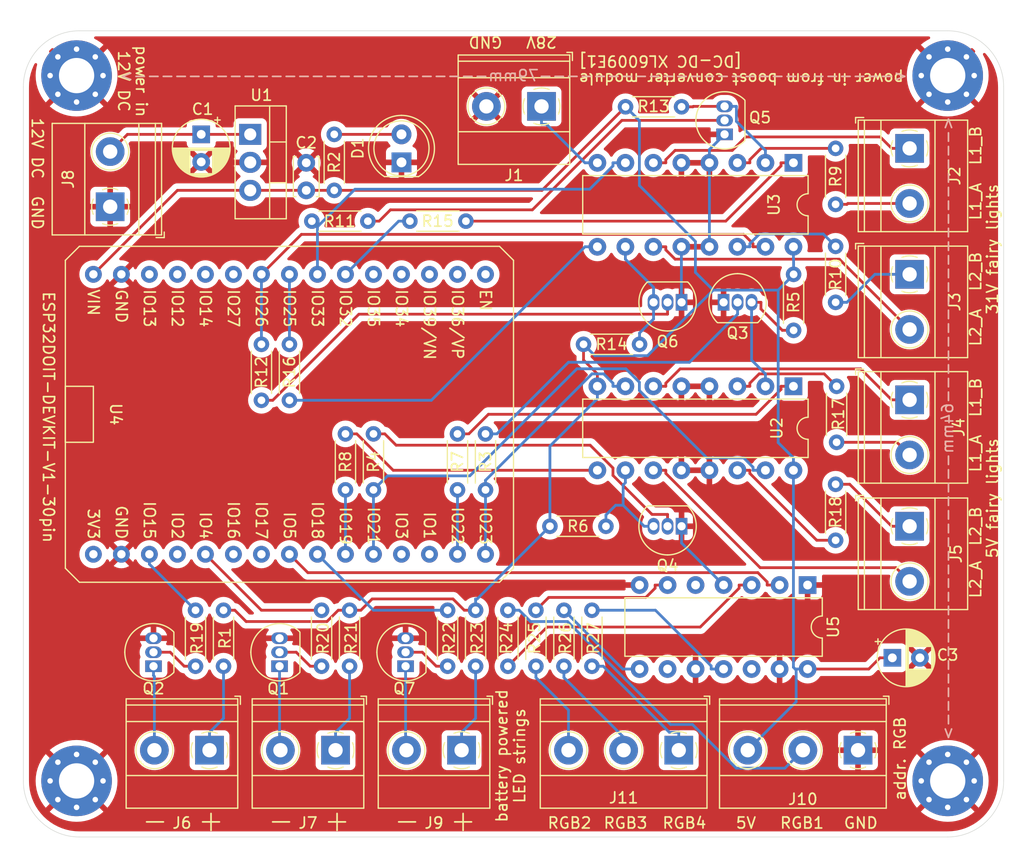
<source format=kicad_pcb>
(kicad_pcb (version 20210722) (generator pcbnew)
  (layers (0 "F.Cu" signal) (31 "B.Cu" signal) (34 "B.Paste" user) (35 "F.Paste" user) (36 "B.SilkS" user "B.Silkscreen") (37 "F.SilkS" user "F.Silkscreen") (38 "B.Mask" user) (39 "F.Mask" user) (44 "Edge.Cuts" user))
  (net 0 "")
  (net 1 "GND")
  (net 2 "+12V")
  (net 3 "Net-(J2-Pad2)")
  (net 4 "Net-(J3-Pad1)")
  (net 5 "Net-(J4-Pad2)")
  (net 6 "Net-(J5-Pad1)")
  (net 7 "Net-(J6-Pad1)")
  (net 8 "LED_1")
  (net 9 "LED_2")
  (net 10 "+5V")
  (net 11 "Net-(R7-Pad2)")
  (net 12 "S4_PWM")
  (net 13 "Net-(Q3-Pad3)")
  (net 14 "S1_SEL")
  (net 15 "S4_SEL")
  (net 16 "S3_PWM")
  (net 17 "S3_SEL")
  (net 18 "S2_SEL")
  (net 19 "S1_PWM")
  (net 20 "S2_PWM")
  (net 21 "Net-(Q4-Pad3)")
  (net 22 "Net-(Q3-Pad2)")
  (net 23 "Net-(Q5-Pad3)")
  (net 24 "Net-(Q4-Pad2)")
  (net 25 "Net-(J7-Pad1)")
  (net 26 "+28V")
  (net 27 "/31V Fairy Lights/L1_B")
  (net 28 "/31V Fairy Lights/L1_A")
  (net 29 "/31V Fairy Lights/L2_B")
  (net 30 "/31V Fairy Lights/L2_A")
  (net 31 "/5V Fairy Lights/L1_B")
  (net 32 "/5V Fairy Lights/L1_A")
  (net 33 "/5V Fairy Lights/L2_B")
  (net 34 "/5V Fairy Lights/L2_A")
  (net 35 "Net-(D1-Pad2)")
  (net 36 "Net-(Q6-Pad3)")
  (net 37 "Net-(Q5-Pad2)")
  (net 38 "Net-(R8-Pad2)")
  (net 39 "Net-(Q6-Pad2)")
  (net 40 "Net-(R15-Pad2)")
  (net 41 "Net-(R16-Pad2)")
  (net 42 "Net-(J6-Pad2)")
  (net 43 "Net-(J7-Pad2)")
  (net 44 "Net-(J9-Pad2)")
  (net 45 "Net-(J9-Pad1)")
  (net 46 "/Adressable RGB/RGB_1_OUT")
  (net 47 "Net-(Q1-Pad2)")
  (net 48 "Net-(Q2-Pad2)")
  (net 49 "Net-(Q7-Pad2)")
  (net 50 "LED_3")
  (net 51 "Net-(R24-Pad1)")
  (net 52 "Net-(R25-Pad1)")
  (net 53 "Net-(R26-Pad1)")
  (net 54 "Net-(R27-Pad1)")
  (net 55 "/Adressable RGB/RGB_2_OUT")
  (net 56 "/Adressable RGB/RGB_3_OUT")
  (net 57 "/Adressable RGB/RGB_4_OUT")
  (net 70 "/Adressable RGB/RGB_2_IN")
  (net 71 "/Adressable RGB/RGB_4_IN")
  (net 72 "RGB_DATA_1")
  (net 73 "/Adressable RGB/RGB_3_IN")
  (footprint "Resistor_THT:R_Axial_DIN0204_L3.6mm_D1.6mm_P5.08mm_Horizontal" (layer "F.Cu") (at 57.5225 76.2 90)
    (fp_text reference "R23")
    (fp_text value "100")
  )
  (footprint "Package_TO_SOT_THT:TO-92_Inline" (layer "F.Cu") (at 80.01 43.18)
    (fp_text reference "Q3")
    (fp_text value "2N3904")
  )
  (footprint "Resistor_THT:R_Axial_DIN0204_L3.6mm_D1.6mm_P5.08mm_Horizontal" (layer "F.Cu") (at 34.6625 76.2 90)
    (fp_text reference "R1")
    (fp_text value "100")
  )
  (footprint "Resistor_THT:R_Axial_DIN0204_L3.6mm_D1.6mm_P5.08mm_Horizontal" (layer "F.Cu") (at 68.072 71.12 -90)
    (fp_text reference "R27")
    (fp_text value "470")
  )
  (footprint "MountingHole:MountingHole_3.2mm_M3_Pad_Via" (layer "F.Cu") (at 100.336 86.606)
    (fp_text reference "H3" hide)
    (fp_text value "MountingHole_Pad")
  )
  (footprint "MountingHole:MountingHole_3.2mm_M3_Pad_Via" (layer "F.Cu") (at 21.336 86.606)
    (fp_text reference "H1" hide)
    (fp_text value "MountingHole_Pad")
  )
  (footprint "TerminalBlock_Phoenix:TerminalBlock_Phoenix_MKDS-1,5-2_1x02_P5.00mm_Horizontal" (layer "F.Cu") (at 96.881 52.03 -90)
    (fp_text reference "J4")
    (fp_text value "5V_1")
  )
  (footprint "Package_TO_SOT_THT:TO-92_Inline" (layer "F.Cu") (at 76.2 43.18 180)
    (fp_text reference "Q6")
    (fp_text value "2N3904")
  )
  (footprint "TerminalBlock_Phoenix:TerminalBlock_Phoenix_MKDS-1,5-2_1x02_P5.00mm_Horizontal" (layer "F.Cu") (at 56.2525 83.82 180)
    (fp_text reference "J9")
    (fp_text value "LEDGLE_3")
  )
  (footprint "Resistor_THT:R_Axial_DIN0204_L3.6mm_D1.6mm_P5.08mm_Horizontal" (layer "F.Cu") (at 62.992 71.12 -90)
    (fp_text reference "R25")
    (fp_text value "470")
  )
  (footprint "Resistor_THT:R_Axial_DIN0204_L3.6mm_D1.6mm_P5.08mm_Horizontal" (layer "F.Cu") (at 90.17 38.1 -90)
    (fp_text reference "R10")
    (fp_text value "33")
  )
  (footprint "Resistor_THT:R_Axial_DIN0204_L3.6mm_D1.6mm_P5.08mm_Horizontal" (layer "F.Cu") (at 86.36 40.64 -90)
    (fp_text reference "R5")
    (fp_text value "10k")
  )
  (footprint "Package_DIP:DIP-16_W7.62mm" (layer "F.Cu") (at 86.345 30.52 -90)
    (fp_text reference "U3")
    (fp_text value "L293D")
  )
  (footprint "Package_DIP:DIP-14_W7.62mm" (layer "F.Cu") (at 87.63 68.834 -90)
    (fp_text reference "U5")
    (fp_text value "SN74AHCT125")
  )
  (footprint "Resistor_THT:R_Axial_DIN0204_L3.6mm_D1.6mm_P5.08mm_Horizontal" (layer "F.Cu") (at 54.9825 71.12 -90)
    (fp_text reference "R22")
    (fp_text value "1k")
  )
  (footprint "Resistor_THT:R_Axial_DIN0204_L3.6mm_D1.6mm_P5.08mm_Horizontal" (layer "F.Cu") (at 71.12 25.44)
    (fp_text reference "R13")
    (fp_text value "10k")
  )
  (footprint "Capacitor_THT:CP_Radial_D5.0mm_P2.50mm" (layer "F.Cu") (at 32.639 27.94 -90)
    (fp_text reference "C1")
    (fp_text value "0.22u")
  )
  (footprint "Jim:ESP32DOIT-DEVKIT-V1-30pin" (layer "F.Cu") (at 25.4 53.34 -90)
    (fp_text reference "U4")
    (fp_text value "ESP32DOIT-DEVKIT-V1-30pin")
  )
  (footprint "Package_DIP:DIP-16_W7.62mm" (layer "F.Cu") (at 86.345 50.8 -90)
    (fp_text reference "U2")
    (fp_text value "L293D")
  )
  (footprint "Resistor_THT:R_Axial_DIN0204_L3.6mm_D1.6mm_P5.08mm_Horizontal" (layer "F.Cu") (at 65.532 71.12 -90)
    (fp_text reference "R26")
    (fp_text value "470")
  )
  (footprint "Package_TO_SOT_THT:TO-92_Inline" (layer "F.Cu") (at 76.2 63.5 180)
    (fp_text reference "Q4")
    (fp_text value "2N3904")
  )
  (footprint "Package_TO_SOT_THT:TO-220-3_Vertical" (layer "F.Cu") (at 37.084 27.94 -90)
    (fp_text reference "U1")
    (fp_text value "L7805")
  )
  (footprint "Package_TO_SOT_THT:TO-92_Inline" (layer "F.Cu") (at 39.7425 76.2 90)
    (fp_text reference "Q1")
    (fp_text value "BC547")
  )
  (footprint "Resistor_THT:R_Axial_DIN0204_L3.6mm_D1.6mm_P5.08mm_Horizontal" (layer "F.Cu") (at 43.5525 71.12 -90)
    (fp_text reference "R20")
    (fp_text value "1k")
  )
  (footprint "Resistor_THT:R_Axial_DIN0204_L3.6mm_D1.6mm_P5.08mm_Horizontal" (layer "F.Cu") (at 32.1225 71.12 -90)
    (fp_text reference "R19")
    (fp_text value "1k")
  )
  (footprint "Resistor_THT:R_Axial_DIN0204_L3.6mm_D1.6mm_P5.08mm_Horizontal" (layer "F.Cu") (at 44.704 33.02 90)
    (fp_text reference "R2")
    (fp_text value "470")
  )
  (footprint "Resistor_THT:R_Axial_DIN0204_L3.6mm_D1.6mm_P5.08mm_Horizontal" (layer "F.Cu") (at 67.31 46.99)
    (fp_text reference "R14")
    (fp_text value "10k")
  )
  (footprint "TerminalBlock_Phoenix:TerminalBlock_Phoenix_MKDS-1,5-2_1x02_P5.00mm_Horizontal" (layer "F.Cu") (at 24.384 34.504 90)
    (fp_text reference "J8")
    (fp_text value "Power Input")
  )
  (footprint "Package_TO_SOT_THT:TO-92_Inline" (layer "F.Cu") (at 80.1 27.94 90)
    (fp_text reference "Q5")
    (fp_text value "2N3904")
  )
  (footprint "Resistor_THT:R_Axial_DIN0204_L3.6mm_D1.6mm_P5.08mm_Horizontal" (layer "F.Cu") (at 46.0925 76.2 90)
    (fp_text reference "R21")
    (fp_text value "100")
  )
  (footprint "Package_TO_SOT_THT:TO-92_Inline" (layer "F.Cu") (at 28.3125 76.2 90)
    (fp_text reference "Q2")
    (fp_text value "BC547")
  )
  (footprint "Package_TO_SOT_THT:TO-92_Inline" (layer "F.Cu") (at 51.1725 76.2 90)
    (fp_text reference "Q7")
    (fp_text value "BC547")
  )
  (footprint "Capacitor_THT:C_Disc_D3.4mm_W2.1mm_P2.50mm" (layer "F.Cu") (at 42.164 33.02 90)
    (fp_text reference "C2")
    (fp_text value "0.1u")
  )
  (footprint "Resistor_THT:R_Axial_DIN0204_L3.6mm_D1.6mm_P5.08mm_Horizontal" (layer "F.Cu") (at 38.1 46.99 -90)
    (fp_text reference "R12")
    (fp_text value "10k")
  )
  (footprint "TerminalBlock_Phoenix:TerminalBlock_Phoenix_MKDS-1,5-2_1x02_P5.00mm_Horizontal" (layer "F.Cu") (at 33.3925 83.82 180)
    (fp_text reference "J6")
    (fp_text value "LEDGLE_1")
  )
  (footprint "TerminalBlock_Phoenix:TerminalBlock_Phoenix_MKDS-1,5-3_1x03_P5.00mm_Horizontal" (layer "F.Cu") (at 92.202 83.82 180)
    (fp_text reference "J10")
    (fp_text value "RGB_LED1")
  )
  (footprint "Capacitor_THT:CP_Radial_D5.0mm_P2.50mm" (layer "F.Cu") (at 95.3149 75.438)
    (fp_text reference "C3")
    (fp_text value "1000u")
  )
  (footprint "Resistor_THT:R_Axial_DIN0204_L3.6mm_D1.6mm_P5.08mm_Horizontal" (layer "F.Cu") (at 64.262 63.5)
    (fp_text reference "R6")
    (fp_text value "10k")
  )
  (footprint "LED_THT:LED_D5.0mm" (layer "F.Cu") (at 50.8 30.48 90)
    (fp_text reference "D1")
    (fp_text value "LED")
  )
  (footprint "Resistor_THT:R_Axial_DIN0204_L3.6mm_D1.6mm_P5.08mm_Horizontal" (layer "F.Cu") (at 90.17 29.21 -90)
    (fp_text reference "R9")
    (fp_text value "33")
  )
  (footprint "TerminalBlock_Phoenix:TerminalBlock_Phoenix_MKDS-1,5-3_1x03_P5.00mm_Horizontal" (layer "F.Cu") (at 75.946 83.82 180)
    (fp_text reference "J11")
    (fp_text value "RGB_LED2-4")
  )
  (footprint "Resistor_THT:R_Axial_DIN0204_L3.6mm_D1.6mm_P5.08mm_Horizontal" (layer "F.Cu") (at 58.42 60.198 90)
    (fp_text reference "R3")
    (fp_text value "10k")
  )
  (footprint "TerminalBlock_Phoenix:TerminalBlock_Phoenix_MKDS-1,5-2_1x02_P5.00mm_Horizontal" (layer "F.Cu") (at 96.881 29.21 -90)
    (fp_text reference "J2")
    (fp_text value "31V_1")
  )
  (footprint "Resistor_THT:R_Axial_DIN0204_L3.6mm_D1.6mm_P5.08mm_Horizontal" (layer "F.Cu") (at 90.17 64.77 90)
    (fp_text reference "R18")
    (fp_text value "100")
  )
  (footprint "TerminalBlock_Phoenix:TerminalBlock_Phoenix_MKDS-1,5-2_1x02_P5.00mm_Horizontal" (layer "F.Cu") (at 63.5 25.4 180)
    (fp_text reference "J1")
    (fp_text value "High Voltage")
  )
  (footprint "Resistor_THT:R_Axial_DIN0204_L3.6mm_D1.6mm_P5.08mm_Horizontal" (layer "F.Cu") (at 60.452 76.2 90)
    (fp_text reference "R24")
    (fp_text value "470")
  )
  (footprint "TerminalBlock_Phoenix:TerminalBlock_Phoenix_MKDS-1,5-2_1x02_P5.00mm_Horizontal" (layer "F.Cu") (at 44.8225 83.82 180)
    (fp_text reference "J7")
    (fp_text value "LEDGLE_2")
  )
  (footprint "Resistor_THT:R_Axial_DIN0204_L3.6mm_D1.6mm_P5.08mm_Horizontal" (layer "F.Cu") (at 48.26 60.198 90)
    (fp_text reference "R4")
    (fp_text value "10k")
  )
  (footprint "Resistor_THT:R_Axial_DIN0204_L3.6mm_D1.6mm_P5.08mm_Horizontal" (layer "F.Cu") (at 90.26 50.8 -90)
    (fp_text reference "R17")
    (fp_text value "100")
  )
  (footprint "Resistor_THT:R_Axial_DIN0204_L3.6mm_D1.6mm_P5.08mm_Horizontal" (layer "F.Cu") (at 51.562 35.814)
    (fp_text reference "R15")
    (fp_text value "1k")
  )
  (footprint "Resistor_THT:R_Axial_DIN0204_L3.6mm_D1.6mm_P5.08mm_Horizontal" (layer "F.Cu") (at 42.672 35.814)
    (fp_text reference "R11")
    (fp_text value "10k")
  )
  (footprint "TerminalBlock_Phoenix:TerminalBlock_Phoenix_MKDS-1,5-2_1x02_P5.00mm_Horizontal" (layer "F.Cu") (at 96.881 63.5 -90)
    (fp_text reference "J5")
    (fp_text value "5V_2")
  )
  (footprint "MountingHole:MountingHole_3.2mm_M3_Pad_Via" (layer "F.Cu") (at 100.336 22.606)
    (fp_text reference "H2" hide)
    (fp_text value "MountingHole_Pad")
  )
  (footprint "Resistor_THT:R_Axial_DIN0204_L3.6mm_D1.6mm_P5.08mm_Horizontal" (layer "F.Cu") (at 40.64 46.99 -90)
    (fp_text reference "R16")
    (fp_text value "1k")
  )
  (footprint "Resistor_THT:R_Axial_DIN0204_L3.6mm_D1.6mm_P5.08mm_Horizontal" (layer "F.Cu") (at 45.72 60.198 90)
    (fp_text reference "R8")
    (fp_text value "1k")
  )
  (footprint "MountingHole:MountingHole_3.2mm_M3_Pad_Via" (layer "F.Cu") (at 21.336 22.606)
    (fp_text reference "H4" hide)
    (fp_text value "MountingHole_Pad")
  )
  (footprint "Resistor_THT:R_Axial_DIN0204_L3.6mm_D1.6mm_P5.08mm_Horizontal" (layer "F.Cu") (at 55.88 60.198 90)
    (fp_text reference "R7")
    (fp_text value "1k")
  )
  (footprint "TerminalBlock_Phoenix:TerminalBlock_Phoenix_MKDS-1,5-2_1x02_P5.00mm_Horizontal" (layer "F.Cu") (at 96.881 40.64 -90)
    (fp_text reference "J3")
    (fp_text value "31V_2")
  )
  (gr_arc (start 100.33 23.622) (end 105.41 23.622) (angle -90) (layer "Edge.Cuts") (width 0.05))
  (gr_arc (start 21.59 86.614) (end 16.51 86.614) (angle -90) (layer "Edge.Cuts") (width 0.05))
  (gr_line (start 16.51 86.614) (end 16.51 23.622) (layer "Edge.Cuts") (width 0.05))
  (gr_arc (start 100.33 86.614) (end 100.33 91.694) (angle -90) (layer "Edge.Cuts") (width 0.05))
  (gr_arc (start 21.59 23.622) (end 21.59 18.542) (angle -90) (layer "Edge.Cuts") (width 0.05))
  (gr_line (start 100.33 91.694) (end 21.59 91.694) (layer "Edge.Cuts") (width 0.05))
  (gr_line (start 21.59 18.542) (end 100.33 18.542) (layer "Edge.Cuts") (width 0.05))
  (gr_line (start 105.41 23.622) (end 105.41 86.614) (layer "Edge.Cuts") (width 0.05))
  (gr_text "<--------------------------79mm-------------------------->" (at 60.96 22.606) (layer "B.SilkS") (effects (font (size 1 1)) (justify mirror)))
  (gr_text "<--------------------64mm-------------------->" (at 100.33 54.61 90) (layer "B.SilkS") (effects (font (size 1 1)) (justify mirror)))
  (gr_text "power in from boost converter module\n[DC-DC XL6009E1]" (at 66.802 22.098 180) (layer "F.SilkS") (effects (font (size 1 1)) (justify right)))
  (gr_text "L1_A" (at 102.87 56.896 90) (layer "F.SilkS") (effects (font (size 1 1))))
  (gr_text "5V fairy lights" (at 104.394 60.96 90) (layer "F.SilkS") (effects (font (size 1 1))))
  (gr_text "RGB3" (at 71.12 90.424) (layer "F.SilkS") (effects (font (size 1 1))))
  (gr_text "RGB4" (at 76.454 90.424) (layer "F.SilkS") (effects (font (size 1 1))))
  (gr_text "addr. RGB" (at 96.012 84.582 90) (layer "F.SilkS") (effects (font (size 1 1))))
  (gr_text "RGB1" (at 87.122 90.424) (layer "F.SilkS") (effects (font (size 1 1))))
  (gr_text "+" (at 33.528 90.17) (layer "F.SilkS") (effects (font (size 2 2))))
  (gr_text "L1_B" (at 102.87 28.956 90) (layer "F.SilkS") (effects (font (size 1 1))))
  (gr_text "battery powered\nLED strings" (at 60.706 84.328 90) (layer "F.SilkS") (effects (font (size 1 1))))
  (gr_text "-" (at 39.878 90.17) (layer "F.SilkS") (effects (font (size 2 2))))
  (gr_text "GND" (at 92.456 90.424) (layer "F.SilkS") (effects (font (size 1 1))))
  (gr_text "L2_B" (at 102.87 40.386 90) (layer "F.SilkS") (effects (font (size 1 1))))
  (gr_text "31V fairy lights" (at 104.394 38.354 90) (layer "F.SilkS") (effects (font (size 1 1))))
  (gr_text "-" (at 51.308 90.17) (layer "F.SilkS") (effects (font (size 2 2))))
  (gr_text "+" (at 56.388 90.17) (layer "F.SilkS") (effects (font (size 2 2))))
  (gr_text "ESP32DOIT-DEVKIT-V1-30pin" (at 18.796 53.594 270) (layer "F.SilkS") (effects (font (size 1 1))))
  (gr_text "28V" (at 63.5 19.558 180) (layer "F.SilkS") (effects (font (size 1 1))))
  (gr_text "L2_A" (at 102.87 68.326 90) (layer "F.SilkS") (effects (font (size 1 1))))
  (gr_text "power in\n12V DC" (at 26.416 23.114 270) (layer "F.SilkS") (effects (font (size 1 1))))
  (gr_text "L2_B" (at 102.87 63.5 90) (layer "F.SilkS") (effects (font (size 1 1))))
  (gr_text "L1_B" (at 102.87 51.816 90) (layer "F.SilkS") (effects (font (size 1 1))))
  (gr_text "L1_A" (at 102.87 34.036 90) (layer "F.SilkS") (effects (font (size 1 1))))
  (gr_text "5V" (at 82.042 90.424) (layer "F.SilkS") (effects (font (size 1 1))))
  (gr_text "-" (at 28.448 90.17) (layer "F.SilkS") (effects (font (size 2 2))))
  (gr_text "GND" (at 58.42 19.558 180) (layer "F.SilkS") (effects (font (size 1 1))))
  (gr_text "+" (at 44.958 90.17) (layer "F.SilkS") (effects (font (size 2 2))))
  (gr_text "12V DC" (at 17.78 29.21 270) (layer "F.SilkS") (effects (font (size 1 1))))
  (gr_text "GND" (at 17.78 35.052 270) (layer "F.SilkS") (effects (font (size 1 1))))
  (gr_text "L2_A" (at 102.87 45.466 90) (layer "F.SilkS") (effects (font (size 1 1))))
  (gr_text "RGB2" (at 66.04 90.424) (layer "F.SilkS") (effects (font (size 1 1))))
  (segment (start 76.2 65.024) (end 80.01 68.834) (width 0.25) (layer "B.Cu") (net 1))
  (segment (start 78.725 30.52) (end 78.725 29.315) (width 0.25) (layer "B.Cu") (net 1))
  (segment (start 76.185 38.14) (end 76.185 43.165) (width 0.25) (layer "B.Cu") (net 1))
  (segment (start 76.2 63.5) (end 76.2 65.024) (width 0.25) (layer "B.Cu") (net 1))
  (segment (start 76.185 43.165) (end 76.2 43.18) (width 0.25) (layer "B.Cu") (net 1))
  (segment (start 78.725 38.14) (end 78.725 30.52) (width 0.25) (layer "B.Cu") (net 1))
  (segment (start 78.725 29.315) (end 80.1 27.94) (width 0.25) (layer "B.Cu") (net 1))
  (segment (start 37.084 27.94) (end 32.639 27.94) (width 0.25) (layer "F.Cu") (net 2))
  (segment (start 24.384 29.504) (end 25.948 27.94) (width 0.25) (layer "F.Cu") (net 2))
  (segment (start 25.948 27.94) (end 32.639 27.94) (width 0.25) (layer "F.Cu") (net 2))
  (segment (start 91.2753 34.21) (end 96.881 34.21) (width 0.25) (layer "F.Cu") (net 3))
  (segment (start 91.1953 34.29) (end 91.2753 34.21) (width 0.25) (layer "F.Cu") (net 3))
  (segment (start 90.17 34.29) (end 91.1953 34.29) (width 0.25) (layer "F.Cu") (net 3))
  (segment (start 90.17 43.18) (end 91.1953 43.18) (width 0.25) (layer "B.Cu") (net 4))
  (segment (start 91.1953 43.18) (end 93.7353 40.64) (width 0.25) (layer "B.Cu") (net 4))
  (segment (start 93.7353 40.64) (end 96.881 40.64) (width 0.25) (layer "B.Cu") (net 4))
  (segment (start 90.26 55.88) (end 95.731 55.88) (width 0.25) (layer "F.Cu") (net 5))
  (segment (start 95.731 55.88) (end 96.881 57.03) (width 0.25) (layer "F.Cu") (net 5))
  (segment (start 96.881 63.5) (end 95.2557 63.5) (width 0.25) (layer "F.Cu") (net 6))
  (segment (start 91.4457 59.69) (end 90.17 59.69) (width 0.25) (layer "F.Cu") (net 6))
  (segment (start 95.2557 63.5) (end 91.4457 59.69) (width 0.25) (layer "F.Cu") (net 6))
  (segment (start 33.3925 82.1947) (end 34.6625 80.9247) (width 0.25) (layer "B.Cu") (net 7))
  (segment (start 33.3925 83.82) (end 33.3925 82.1947) (width 0.25) (layer "B.Cu") (net 7))
  (segment (start 34.6625 80.9247) (end 34.6625 76.2) (width 0.25) (layer "B.Cu") (net 7))
  (segment (start 32.1225 71.12) (end 27.94 66.9375) (width 0.25) (layer "B.Cu") (net 8))
  (segment (start 27.94 66.9375) (end 27.94 66.04) (width 0.25) (layer "B.Cu") (net 8))
  (segment (start 38.1 71.12) (end 33.02 66.04) (width 0.25) (layer "F.Cu") (net 9))
  (segment (start 43.5525 71.12) (end 38.1 71.12) (width 0.25) (layer "F.Cu") (net 9))
  (segment (start 68.565 50.8) (end 68.565 49.6747) (width 0.25) (layer "F.Cu") (net 10))
  (segment (start 42.164 33.02) (end 44.704 33.02) (width 0.25) (layer "F.Cu") (net 10))
  (segment (start 44.0419 72.1453) (end 36.7131 72.1453) (width 0.25) (layer "F.Cu") (net 10))
  (segment (start 30.48 33.02) (end 22.86 40.64) (width 0.25) (layer "F.Cu") (net 10))
  (segment (start 63.54 33.02) (end 44.704 33.02) (width 0.25) (layer "F.Cu") (net 10))
  (segment (start 56.4972 71.12) (end 55.4719 70.0947) (width 0.25) (layer "F.Cu") (net 10))
  (segment (start 48.1431 70.0947) (end 47.1178 71.12) (width 0.25) (layer "F.Cu") (net 10))
  (segment (start 46.0925 71.12) (end 45.0672 71.12) (width 0.25) (layer "F.Cu") (net 10))
  (segment (start 87.63 76.454) (end 93.1736 76.454) (width 0.25) (layer "F.Cu") (net 10))
  (segment (start 57.5225 71.12) (end 56.4972 71.12) (width 0.25) (layer "F.Cu") (net 10))
  (segment (start 42.164 33.02) (end 37.084 33.02) (width 0.25) (layer "F.Cu") (net 10))
  (segment (start 67.31 48.4197) (end 67.31 46.99) (width 0.25) (layer "F.Cu") (net 10))
  (segment (start 36.7131 72.1453) (end 35.6878 71.12) (width 0.25) (layer "F.Cu") (net 10))
  (segment (start 47.1178 71.12) (end 46.0925 71.12) (width 0.25) (layer "F.Cu") (net 10))
  (segment (start 35.6878 71.12) (end 34.6625 71.12) (width 0.25) (layer "F.Cu") (net 10))
  (segment (start 45.0672 71.12) (end 44.0419 72.1453) (width 0.25) (layer "F.Cu") (net 10))
  (segment (start 68.565 49.6747) (end 67.31 48.4197) (width 0.25) (layer "F.Cu") (net 10))
  (segment (start 71.12 25.44) (end 63.54 33.02) (width 0.25) (layer "F.Cu") (net 10))
  (segment (start 95.3149 75.438) (end 94.1896 75.438) (width 0.25) (layer "F.Cu") (net 10))
  (segment (start 55.4719 70.0947) (end 48.1431 70.0947) (width 0.25) (layer "F.Cu") (net 10))
  (segment (start 37.084 33.02) (end 30.48 33.02) (width 0.25) (layer "F.Cu") (net 10))
  (segment (start 93.1736 76.454) (end 94.1896 75.438) (width 0.25) (layer "F.Cu") (net 10))
  (segment (start 86.345 58.42) (end 86.345 57.2947) (width 0.25) (layer "B.Cu") (net 10))
  (segment (start 77.455 40.4594) (end 77.455 37.6595) (width 0.25) (layer "B.Cu") (net 10))
  (segment (start 86.345 58.42) (end 86.345 76.2943) (width 0.25) (layer "B.Cu") (net 10))
  (segment (start 79.0685 42.0729) (end 84.9624 42.0729) (width 0.25) (layer "B.Cu") (net 10))
  (segment (start 84.9624 42.0729) (end 86.36 40.6753) (width 0.25) (layer "B.Cu") (net 10))
  (segment (start 68.565 50.8) (end 68.565 51.9253) (width 0.25) (layer "B.Cu") (net 10))
  (segment (start 77.455 37.6595) (end 72.375 32.5795) (width 0.25) (layer "B.Cu") (net 10))
  (segment (start 86.5047 76.454) (end 86.5931 76.5424) (width 0.25) (layer "B.Cu") (net 10))
  (segment (start 86.345 76.2943) (end 86.5047 76.454) (width 0.25) (layer "B.Cu") (net 10))
  (segment (start 68.565 51.9253) (end 64.262 56.2283) (width 0.25) (layer "B.Cu") (net 10))
  (segment (start 68.3429 48.0229) (end 73.1185 48.0229) (width 0.25) (layer "B.Cu") (net 10))
  (segment (start 86.5932 79.4288) (end 82.202 83.82) (width 0.25) (layer "B.Cu") (net 10))
  (segment (start 57.5225 71.12) (end 57.5225 70.0947) (width 0.25) (layer "B.Cu") (net 10))
  (segment (start 57.5225 70.0947) (end 57.6673 70.0947) (width 0.25) (layer "B.Cu") (net 10))
  (segment (start 64.262 56.2283) (end 64.262 63.5) (width 0.25) (layer "B.Cu") (net 10))
  (segment (start 86.5047 76.454) (end 87.63 76.454) (width 0.25) (layer "B.Cu") (net 10))
  (segment (start 86.36 39.2803) (end 86.36 40.64) (width 0.25) (layer "B.Cu") (net 10))
  (segment (start 79.0685 42.0729) (end 77.455 40.4594) (width 0.25) (layer "B.Cu") (net 10))
  (segment (start 86.345 39.2653) (end 86.36 39.2803) (width 0.25) (layer "B.Cu") (net 10))
  (segment (start 57.6673 70.0947) (end 64.262 63.5) (width 0.25) (layer "B.Cu") (net 10))
  (segment (start 86.5932 76.5424) (end 86.5932 79.4288) (width 0.25) (layer "B.Cu") (net 10))
  (segment (start 84.9624 55.9121) (end 84.9624 42.0729) (width 0.25) (layer "B.Cu") (net 10))
  (segment (start 72.375 26.695) (end 71.12 25.44) (width 0.25) (layer "B.Cu") (net 10))
  (segment (start 86.345 57.2947) (end 84.9624 55.9121) (width 0.25) (layer "B.Cu") (net 10))
  (segment (start 86.36 40.6753) (end 86.36 40.64) (width 0.25) (layer "B.Cu") (net 10))
  (segment (start 86.5931 76.5424) (end 86.5932 76.5424) (width 0.25) (layer "B.Cu") (net 10))
  (segment (start 73.1185 48.0229) (end 79.0685 42.0729) (width 0.25) (layer "B.Cu") (net 10))
  (segment (start 72.375 32.5795) (end 72.375 26.695) (width 0.25) (layer "B.Cu") (net 10))
  (segment (start 67.31 46.99) (end 68.3429 48.0229) (width 0.25) (layer "B.Cu") (net 10))
  (segment (start 86.345 38.14) (end 86.345 39.2653) (width 0.25) (layer "B.Cu") (net 10))
  (segment (start 85.2197 50.8) (end 86.345 50.8) (width 0.25) (layer "F.Cu") (net 11))
  (segment (start 58.6833 53.34) (end 82.9611 53.34) (width 0.25) (layer "F.Cu") (net 11))
  (segment (start 56.9053 55.118) (end 58.6833 53.34) (width 0.25) (layer "F.Cu") (net 11))
  (segment (start 85.2197 51.0814) (end 85.2197 50.8) (width 0.25) (layer "F.Cu") (net 11))
  (segment (start 82.9611 53.34) (end 85.2197 51.0814) (width 0.25) (layer "F.Cu") (net 11))
  (segment (start 55.88 55.118) (end 56.9053 55.118) (width 0.25) (layer "F.Cu") (net 11))
  (segment (start 45.72 60.198) (end 45.72 66.04) (width 0.25) (layer "B.Cu") (net 12))
  (segment (start 83.4003 43.7856) (end 85.3347 45.72) (width 0.25) (layer "F.Cu") (net 13))
  (segment (start 83.4003 43.18) (end 83.4003 43.7856) (width 0.25) (layer "F.Cu") (net 13))
  (segment (start 82.55 43.18) (end 83.4003 43.18) (width 0.25) (layer "F.Cu") (net 13))
  (segment (start 85.3347 45.72) (end 86.36 45.72) (width 0.25) (layer "F.Cu") (net 13))
  (segment (start 83.805 49.6747) (end 82.55 48.4197) (width 0.25) (layer "B.Cu") (net 13))
  (segment (start 83.805 50.8) (end 83.805 49.6747) (width 0.25) (layer "B.Cu") (net 13))
  (segment (start 82.55 48.4197) (end 82.55 43.18) (width 0.25) (layer "B.Cu") (net 13))
  (segment (start 43.18 36.322) (end 46.5866 32.9154) (width 0.25) (layer "B.Cu") (net 14))
  (segment (start 43.18 36.322) (end 42.672 35.814) (width 0.25) (layer "B.Cu") (net 14))
  (segment (start 67.8656 32.9154) (end 69.9797 30.8013) (width 0.25) (layer "B.Cu") (net 14))
  (segment (start 69.9797 30.8013) (end 69.9797 30.52) (width 0.25) (layer "B.Cu") (net 14))
  (segment (start 69.9797 30.52) (end 71.105 30.52) (width 0.25) (layer "B.Cu") (net 14))
  (segment (start 43.18 40.64) (end 43.18 36.322) (width 0.25) (layer "B.Cu") (net 14))
  (segment (start 46.5866 32.9154) (end 67.8656 32.9154) (width 0.25) (layer "B.Cu") (net 14))
  (segment (start 48.26 60.198) (end 48.26 66.04) (width 0.25) (layer "B.Cu") (net 15))
  (segment (start 72.375 50.4346) (end 71.154 49.2136) (width 0.25) (layer "B.Cu") (net 15))
  (segment (start 66.7058 49.2136) (end 56.9914 58.928) (width 0.25) (layer "B.Cu") (net 15))
  (segment (start 72.375 51.18) (end 72.375 50.4346) (width 0.25) (layer "B.Cu") (net 15))
  (segment (start 78.4897 57.2947) (end 72.375 51.18) (width 0.25) (layer "B.Cu") (net 15))
  (segment (start 81.8358 57.2947) (end 78.4897 57.2947) (width 0.25) (layer "B.Cu") (net 15))
  (segment (start 82.6797 58.1386) (end 81.8358 57.2947) (width 0.25) (layer "B.Cu") (net 15))
  (segment (start 49.53 58.928) (end 48.26 60.198) (width 0.25) (layer "B.Cu") (net 15))
  (segment (start 83.805 58.42) (end 82.6797 58.42) (width 0.25) (layer "B.Cu") (net 15))
  (segment (start 56.9914 58.928) (end 49.53 58.928) (width 0.25) (layer "B.Cu") (net 15))
  (segment (start 71.154 49.2136) (end 66.7058 49.2136) (width 0.25) (layer "B.Cu") (net 15))
  (segment (start 82.6797 58.42) (end 82.6797 58.1386) (width 0.25) (layer "B.Cu") (net 15))
  (segment (start 55.88 60.198) (end 55.88 66.04) (width 0.25) (layer "B.Cu") (net 16))
  (segment (start 69.9797 50.5186) (end 69.1358 49.6747) (width 0.25) (layer "B.Cu") (net 17))
  (segment (start 71.105 50.8) (end 69.9797 50.8) (width 0.25) (layer "B.Cu") (net 17))
  (segment (start 58.42 66.04) (end 58.42 60.198) (width 0.25) (layer "B.Cu") (net 17))
  (segment (start 68.0731 49.6747) (end 58.42 59.3278) (width 0.25) (layer "B.Cu") (net 17))
  (segment (start 58.42 59.3278) (end 58.42 60.198) (width 0.25) (layer "B.Cu") (net 17))
  (segment (start 69.9797 50.8) (end 69.9797 50.5186) (width 0.25) (layer "B.Cu") (net 17))
  (segment (start 69.1358 49.6747) (end 68.0731 49.6747) (width 0.25) (layer "B.Cu") (net 17))
  (segment (start 83.805 38.14) (end 82.6797 38.14) (width 0.25) (layer "F.Cu") (net 18))
  (segment (start 82.6797 37.8586) (end 81.8358 37.0147) (width 0.25) (layer "F.Cu") (net 18))
  (segment (start 81.8358 37.0147) (end 41.7253 37.0147) (width 0.25) (layer "F.Cu") (net 18))
  (segment (start 41.7253 37.0147) (end 38.1 40.64) (width 0.25) (layer "F.Cu") (net 18))
  (segment (start 82.6797 38.14) (end 82.6797 37.8586) (width 0.25) (layer "F.Cu") (net 18))
  (segment (start 38.1 46.99) (end 38.1 40.64) (width 0.25) (layer "B.Cu") (net 18))
  (segment (start 51.562 35.814) (end 50.546 35.814) (width 0.25) (layer "B.Cu") (net 19))
  (segment (start 50.546 35.814) (end 45.72 40.64) (width 0.25) (layer "B.Cu") (net 19))
  (segment (start 40.64 46.99) (end 40.64 40.64) (width 0.25) (layer "B.Cu") (net 20))
  (segment (start 69.342 63.5) (end 69.342 62.4747) (width 0.25) (layer "B.Cu") (net 21))
  (segment (start 70.9029 61.5932) (end 72.8097 63.5) (width 0.25) (layer "B.Cu") (net 21))
  (segment (start 72.8097 63.5) (end 73.66 63.5) (width 0.25) (layer "B.Cu") (net 21))
  (segment (start 70.2235 61.5932) (end 70.9029 61.5932) (width 0.25) (layer "B.Cu") (net 21))
  (segment (start 70.9029 59.7474) (end 70.9029 61.5932) (width 0.25) (layer "B.Cu") (net 21))
  (segment (start 71.105 59.5453) (end 70.9029 59.7474) (width 0.25) (layer "B.Cu") (net 21))
  (segment (start 71.105 58.42) (end 71.105 59.5453) (width 0.25) (layer "B.Cu") (net 21))
  (segment (start 69.342 62.4747) (end 70.2235 61.5932) (width 0.25) (layer "B.Cu") (net 21))
  (segment (start 76.9144 48.6209) (end 65.9424 48.6209) (width 0.25) (layer "B.Cu") (net 22))
  (segment (start 81.28 43.18) (end 81.28 44.2553) (width 0.25) (layer "B.Cu") (net 22))
  (segment (start 59.4453 55.118) (end 58.42 55.118) (width 0.25) (layer "B.Cu") (net 22))
  (segment (start 65.9424 48.6209) (end 59.4453 55.118) (width 0.25) (layer "B.Cu") (net 22))
  (segment (start 81.28 44.2553) (end 76.9144 48.6209) (width 0.25) (layer "B.Cu") (net 22))
  (segment (start 76.2 25.44) (end 77.2253 25.44) (width 0.25) (layer "F.Cu") (net 23))
  (segment (start 77.2253 25.44) (end 77.2653 25.4) (width 0.25) (layer "F.Cu") (net 23))
  (segment (start 77.2653 25.4) (end 80.1 25.4) (width 0.25) (layer "F.Cu") (net 23))
  (segment (start 83.805 30.52) (end 83.805 29.3947) (width 0.25) (layer "B.Cu") (net 23))
  (segment (start 83.805 29.3947) (end 81.1753 26.765) (width 0.25) (layer "B.Cu") (net 23))
  (segment (start 81.1753 26.765) (end 81.1753 25.4) (width 0.25) (layer "B.Cu") (net 23))
  (segment (start 81.1753 25.4) (end 80.1 25.4) (width 0.25) (layer "B.Cu") (net 23))
  (segment (start 74.93 63.5) (end 74.93 62.4247) (width 0.25) (layer "F.Cu") (net 24))
  (segment (start 74.93 62.4247) (end 73.5182 62.4247) (width 0.25) (layer "F.Cu") (net 24))
  (segment (start 69.9797 58.8862) (end 69.9797 58.212) (width 0.25) (layer "F.Cu") (net 24))
  (segment (start 73.5182 62.4247) (end 69.9797 58.8862) (width 0.25) (layer "F.Cu") (net 24))
  (segment (start 49.2853 55.118) (end 48.26 55.118) (width 0.25) (layer "F.Cu") (net 24))
  (segment (start 50.3106 56.1433) (end 49.2853 55.118) (width 0.25) (layer "F.Cu") (net 24))
  (segment (start 69.9797 58.212) (end 67.911 56.1433) (width 0.25) (layer "F.Cu") (net 24))
  (segment (start 67.911 56.1433) (end 50.3106 56.1433) (width 0.25) (layer "F.Cu") (net 24))
  (segment (start 46.0925 80.9247) (end 46.0925 76.2) (width 0.25) (layer "B.Cu") (net 25))
  (segment (start 44.8225 82.1947) (end 46.0925 80.9247) (width 0.25) (layer "B.Cu") (net 25))
  (segment (start 44.8225 83.82) (end 44.8225 82.1947) (width 0.25) (layer "B.Cu") (net 25))
  (segment (start 63.945 27.0253) (end 63.5 27.0253) (width 0.25) (layer "B.Cu") (net 26))
  (segment (start 63.5 27.0253) (end 63.5 25.4) (width 0.25) (layer "B.Cu") (net 26))
  (segment (start 67.4397 30.52) (end 63.945 27.0253) (width 0.25) (layer "B.Cu") (net 26))
  (segment (start 68.565 30.52) (end 67.4397 30.52) (width 0.25) (layer "B.Cu") (net 26))
  (segment (start 75.6142 29.3947) (end 80.7987 29.3947) (width 0.25) (layer "F.Cu") (net 27))
  (segment (start 73.645 30.52) (end 74.7703 30.52) (width 0.25) (layer "F.Cu") (net 27))
  (segment (start 82.0206 28.1728) (end 94.2185 28.1728) (width 0.25) (layer "F.Cu") (net 27))
  (segment (start 74.7703 30.2386) (end 75.6142 29.3947) (width 0.25) (layer "F.Cu") (net 27))
  (segment (start 80.7987 29.3947) (end 82.0206 28.1728) (width 0.25) (layer "F.Cu") (net 27))
  (segment (start 74.7703 30.52) (end 74.7703 30.2386) (width 0.25) (layer "F.Cu") (net 27))
  (segment (start 94.2185 28.1728) (end 95.2557 29.21) (width 0.25) (layer "F.Cu") (net 27))
  (segment (start 95.2557 29.21) (end 96.881 29.21) (width 0.25) (layer "F.Cu") (net 27))
  (segment (start 83.419 29.21) (end 90.17 29.21) (width 0.25) (layer "F.Cu") (net 28))
  (segment (start 82.3903 30.52) (end 82.3903 30.2387) (width 0.25) (layer "F.Cu") (net 28))
  (segment (start 82.3903 30.2387) (end 83.419 29.21) (width 0.25) (layer "F.Cu") (net 28))
  (segment (start 81.265 30.52) (end 82.3903 30.52) (width 0.25) (layer "F.Cu") (net 28))
  (segment (start 89.0526 36.9826) (end 90.17 38.1) (width 0.25) (layer "B.Cu") (net 29))
  (segment (start 82.3903 37.8587) (end 83.2664 36.9826) (width 0.25) (layer "B.Cu") (net 29))
  (segment (start 81.265 38.14) (end 82.3903 38.14) (width 0.25) (layer "B.Cu") (net 29))
  (segment (start 82.3903 38.14) (end 82.3903 37.8587) (width 0.25) (layer "B.Cu") (net 29))
  (segment (start 83.2664 36.9826) (end 89.0526 36.9826) (width 0.25) (layer "B.Cu") (net 29))
  (segment (start 74.7703 38.14) (end 74.7703 38.4214) (width 0.25) (layer "F.Cu") (net 30))
  (segment (start 74.7703 38.4214) (end 75.6142 39.2653) (width 0.25) (layer "F.Cu") (net 30))
  (segment (start 75.6142 39.2653) (end 90.5063 39.2653) (width 0.25) (layer "F.Cu") (net 30))
  (segment (start 73.645 38.14) (end 74.7703 38.14) (width 0.25) (layer "F.Cu") (net 30))
  (segment (start 90.5063 39.2653) (end 96.881 45.64) (width 0.25) (layer "F.Cu") (net 30))
  (segment (start 96.881 52.03) (end 95.2557 52.03) (width 0.25) (layer "F.Cu") (net 31))
  (segment (start 92.4482 49.2225) (end 76.0665 49.2225) (width 0.25) (layer "F.Cu") (net 31))
  (segment (start 74.7703 50.8) (end 73.645 50.8) (width 0.25) (layer "F.Cu") (net 31))
  (segment (start 74.7703 50.5187) (end 74.7703 50.8) (width 0.25) (layer "F.Cu") (net 31))
  (segment (start 76.0665 49.2225) (end 74.7703 50.5187) (width 0.25) (layer "F.Cu") (net 31))
  (segment (start 95.2557 52.03) (end 92.4482 49.2225) (width 0.25) (layer "F.Cu") (net 31))
  (segment (start 89.1347 49.6747) (end 90.26 50.8) (width 0.25) (layer "F.Cu") (net 32))
  (segment (start 82.3903 50.5186) (end 83.2342 49.6747) (width 0.25) (layer "F.Cu") (net 32))
  (segment (start 82.3903 50.8) (end 82.3903 50.5186) (width 0.25) (layer "F.Cu") (net 32))
  (segment (start 81.265 50.8) (end 82.3903 50.8) (width 0.25) (layer "F.Cu") (net 32))
  (segment (start 83.2342 49.6747) (end 89.1347 49.6747) (width 0.25) (layer "F.Cu") (net 32))
  (segment (start 81.265 58.42) (end 82.3903 58.42) (width 0.25) (layer "F.Cu") (net 33))
  (segment (start 82.3903 58.42) (end 82.3903 58.7013) (width 0.25) (layer "F.Cu") (net 33))
  (segment (start 82.3903 58.7013) (end 88.459 64.77) (width 0.25) (layer "F.Cu") (net 33))
  (segment (start 88.459 64.77) (end 90.17 64.77) (width 0.25) (layer "F.Cu") (net 33))
  (segment (start 83.3273 67.2583) (end 95.6393 67.2583) (width 0.25) (layer "F.Cu") (net 34))
  (segment (start 74.7703 58.42) (end 74.7703 58.7013) (width 0.25) (layer "F.Cu") (net 34))
  (segment (start 95.6393 67.2583) (end 96.881 68.5) (width 0.25) (layer "F.Cu") (net 34))
  (segment (start 74.7703 58.7013) (end 83.3273 67.2583) (width 0.25) (layer "F.Cu") (net 34))
  (segment (start 73.645 58.42) (end 74.7703 58.42) (width 0.25) (layer "F.Cu") (net 34))
  (segment (start 50.8 27.94) (end 44.704 27.94) (width 0.25) (layer "F.Cu") (net 35))
  (segment (start 71.105 39.2653) (end 73.66 41.8203) (width 0.25) (layer "B.Cu") (net 36))
  (segment (start 73.66 41.8203) (end 73.66 43.18) (width 0.25) (layer "B.Cu") (net 36))
  (segment (start 72.39 46.99) (end 72.39 45.9647) (width 0.25) (layer "B.Cu") (net 36))
  (segment (start 71.105 38.14) (end 71.105 39.2653) (width 0.25) (layer "B.Cu") (net 36))
  (segment (start 73.66 44.6947) (end 73.66 43.18) (width 0.25) (layer "B.Cu") (net 36))
  (segment (start 72.39 45.9647) (end 73.66 44.6947) (width 0.25) (layer "B.Cu") (net 36))
  (segment (start 47.752 35.814) (end 48.7773 35.814) (width 0.25) (layer "F.Cu") (net 37))
  (segment (start 48.7773 35.814) (end 49.8026 34.7887) (width 0.25) (layer "F.Cu") (net 37))
  (segment (start 62.6704 34.7887) (end 70.7891 26.67) (width 0.25) (layer "F.Cu") (net 37))
  (segment (start 49.8026 34.7887) (end 62.6704 34.7887) (width 0.25) (layer "F.Cu") (net 37))
  (segment (start 70.7891 26.67) (end 80.1 26.67) (width 0.25) (layer "F.Cu") (net 37))
  (segment (start 50.0473 58.42) (end 68.565 58.42) (width 0.25) (layer "F.Cu") (net 38))
  (segment (start 46.7453 55.118) (end 50.0473 58.42) (width 0.25) (layer "F.Cu") (net 38))
  (segment (start 45.72 55.118) (end 46.7453 55.118) (width 0.25) (layer "F.Cu") (net 38))
  (segment (start 46.94 44.2553) (end 39.1253 52.07) (width 0.25) (layer "F.Cu") (net 39))
  (segment (start 74.93 44.2553) (end 46.94 44.2553) (width 0.25) (layer "F.Cu") (net 39))
  (segment (start 74.93 43.18) (end 74.93 44.2553) (width 0.25) (layer "F.Cu") (net 39))
  (segment (start 39.1253 52.07) (end 38.1 52.07) (width 0.25) (layer "F.Cu") (net 39))
  (segment (start 86.345 30.52) (end 85.2197 30.52) (width 0.25) (layer "F.Cu") (net 40))
  (segment (start 85.2197 30.52) (end 85.2197 30.8013) (width 0.25) (layer "F.Cu") (net 40))
  (segment (start 85.2197 30.8013) (end 80.207 35.814) (width 0.25) (layer "F.Cu") (net 40))
  (segment (start 80.207 35.814) (end 56.642 35.814) (width 0.25) (layer "F.Cu") (net 40))
  (segment (start 53.5097 52.07) (end 40.64 52.07) (width 0.25) (layer "B.Cu") (net 41))
  (segment (start 68.565 38.14) (end 67.4397 38.14) (width 0.25) (layer "B.Cu") (net 41))
  (segment (start 67.4397 38.14) (end 53.5097 52.07) (width 0.25) (layer "B.Cu") (net 41))
  (segment (start 28.3125 76.2) (end 28.3125 77.0503) (width 0.25) (layer "B.Cu") (net 42))
  (segment (start 28.3125 77.0503) (end 28.3925 77.1303) (width 0.25) (layer "B.Cu") (net 42))
  (segment (start 28.3925 77.1303) (end 28.3925 83.82) (width 0.25) (layer "B.Cu") (net 42))
  (segment (start 39.8225 83.82) (end 39.7425 83.74) (width 0.25) (layer "B.Cu") (net 43))
  (segment (start 39.7425 83.74) (end 39.7425 76.2) (width 0.25) (layer "B.Cu") (net 43))
  (segment (start 51.1725 76.2) (end 51.1725 83.74) (width 0.25) (layer "B.Cu") (net 44))
  (segment (start 51.1725 83.74) (end 51.2525 83.82) (width 0.25) (layer "B.Cu") (net 44))
  (segment (start 56.2525 82.1947) (end 57.5225 80.9247) (width 0.25) (layer "B.Cu") (net 45))
  (segment (start 57.5225 80.9247) (end 57.5225 76.2) (width 0.25) (layer "B.Cu") (net 45))
  (segment (start 56.2525 83.82) (end 56.2525 82.1947) (width 0.25) (layer "B.Cu") (net 45))
  (segment (start 77.1915 81.488) (end 81.1566 85.4531) (width 0.25) (layer "B.Cu") (net 46))
  (segment (start 60.452 71.12) (end 61.4773 71.12) (width 0.25) (layer "B.Cu") (net 46))
  (segment (start 85.5689 85.4531) (end 87.202 83.82) (width 0.25) (layer "B.Cu") (net 46))
  (segment (start 61.4773 71.12) (end 62.5026 72.1453) (width 0.25) (layer "B.Cu") (net 46))
  (segment (start 65.8593 72.1453) (end 75.202 81.488) (width 0.25) (layer "B.Cu") (net 46))
  (segment (start 81.1566 85.4531) (end 85.5689 85.4531) (width 0.25) (layer "B.Cu") (net 46))
  (segment (start 62.5026 72.1453) (end 65.8593 72.1453) (width 0.25) (layer "B.Cu") (net 46))
  (segment (start 75.202 81.488) (end 77.1915 81.488) (width 0.25) (layer "B.Cu") (net 46))
  (segment (start 41.2572 74.93) (end 39.7425 74.93) (width 0.25) (layer "F.Cu") (net 47))
  (segment (start 43.5525 76.2) (end 42.5272 76.2) (width 0.25) (layer "F.Cu") (net 47))
  (segment (start 42.5272 76.2) (end 41.2572 74.93) (width 0.25) (layer "F.Cu") (net 47))
  (segment (start 32.1225 76.2) (end 31.0972 76.2) (width 0.25) (layer "F.Cu") (net 48))
  (segment (start 29.8272 74.93) (end 28.3125 74.93) (width 0.25) (layer "F.Cu") (net 48))
  (segment (start 31.0972 76.2) (end 29.8272 74.93) (width 0.25) (layer "F.Cu") (net 48))
  (segment (start 54.9825 76.2) (end 53.9572 76.2) (width 0.25) (layer "F.Cu") (net 49))
  (segment (start 52.6872 74.93) (end 51.1725 74.93) (width 0.25) (layer "F.Cu") (net 49))
  (segment (start 53.9572 76.2) (end 52.6872 74.93) (width 0.25) (layer "F.Cu") (net 49))
  (segment (start 43.18 66.04) (end 48.26 71.12) (width 0.25) (layer "B.Cu") (net 50))
  (segment (start 48.26 71.12) (end 54.9825 71.12) (width 0.25) (layer "B.Cu") (net 50))
  (segment (start 77.896 72.644) (end 64.008 72.644) (width 0.25) (layer "F.Cu") (net 51))
  (segment (start 64.008 72.644) (end 60.452 76.2) (width 0.25) (layer "F.Cu") (net 51))
  (segment (start 81.4247 69.1153) (end 77.896 72.644) (width 0.25) (layer "F.Cu") (net 51))
  (segment (start 82.55 68.834) (end 81.4247 68.834) (width 0.25) (layer "F.Cu") (net 51))
  (segment (start 81.4247 68.834) (end 81.4247 69.1153) (width 0.25) (layer "F.Cu") (net 51))
  (segment (start 73.8047 69.1154) (end 72.9608 69.9593) (width 0.25) (layer "F.Cu") (net 52))
  (segment (start 72.9608 69.9593) (end 64.1527 69.9593) (width 0.25) (layer "F.Cu") (net 52))
  (segment (start 74.93 68.834) (end 73.8047 68.834) (width 0.25) (layer "F.Cu") (net 52))
  (segment (start 73.8047 68.834) (end 73.8047 69.1154) (width 0.25) (layer "F.Cu") (net 52))
  (segment (start 64.1527 69.9593) (end 62.992 71.12) (width 0.25) (layer "F.Cu") (net 52))
  (segment (start 65.532 71.12) (end 70.866 76.454) (width 0.25) (layer "B.Cu") (net 53))
  (segment (start 70.866 76.454) (end 72.39 76.454) (width 0.25) (layer "B.Cu") (net 53))
  (segment (start 80.01 76.454) (end 78.8847 76.454) (width 0.25) (layer "B.Cu") (net 54))
  (segment (start 78.8847 76.1727) (end 73.832 71.12) (width 0.25) (layer "B.Cu") (net 54))
  (segment (start 78.8847 76.454) (end 78.8847 76.1727) (width 0.25) (layer "B.Cu") (net 54))
  (segment (start 73.832 71.12) (end 68.072 71.12) (width 0.25) (layer "B.Cu") (net 54))
  (segment (start 62.992 76.2) (end 62.992 77.2253) (width 0.25) (layer "B.Cu") (net 55))
  (segment (start 65.946 80.1793) (end 65.946 83.82) (width 0.25) (layer "B.Cu") (net 55))
  (segment (start 62.992 77.2253) (end 65.946 80.1793) (width 0.25) (layer "B.Cu") (net 55))
  (segment (start 65.532 76.2) (end 65.532 77.2253) (width 0.25) (layer "B.Cu") (net 56))
  (segment (start 65.532 77.2253) (end 70.946 82.6393) (width 0.25) (layer "B.Cu") (net 56))
  (segment (start 70.946 82.6393) (end 70.946 83.82) (width 0.25) (layer "B.Cu") (net 56))
  (segment (start 69.0973 76.2) (end 68.072 76.2) (width 0.25) (layer "B.Cu") (net 57))
  (segment (start 75.946 83.82) (end 75.946 82.1947) (width 0.25) (layer "B.Cu") (net 57))
  (segment (start 75.946 82.1947) (end 75.092 82.1947) (width 0.25) (layer "B.Cu") (net 57))
  (segment (start 75.092 82.1947) (end 69.0973 76.2) (width 0.25) (layer "B.Cu") (net 57))
  (segment (start 42.3087 67.7087) (end 40.64 66.04) (width 0.25) (layer "F.Cu") (net 72))
  (segment (start 83.9647 68.834) (end 83.9647 68.5526) (width 0.25) (layer "F.Cu") (net 72))
  (segment (start 85.09 68.834) (end 83.9647 68.834) (width 0.25) (layer "F.Cu") (net 72))
  (segment (start 83.9647 68.5526) (end 83.1208 67.7087) (width 0.25) (layer "F.Cu") (net 72))
  (segment (start 83.1208 67.7087) (end 42.3087 67.7087) (width 0.25) (layer "F.Cu") (net 72))
  (zone (net 1) (net_name "GND") (layer "F.Cu") (connect_pads (clearance 0.508)) (min_thickness 0.254) (fill yes (thermal_gap 0.508) (thermal_bridge_width 0.508))
    (polygon (pts (xy 106.68 93.98) (xy 15.24 93.98) (xy 15.24 15.748) (xy 106.68 15.748)))
  )
)
</source>
